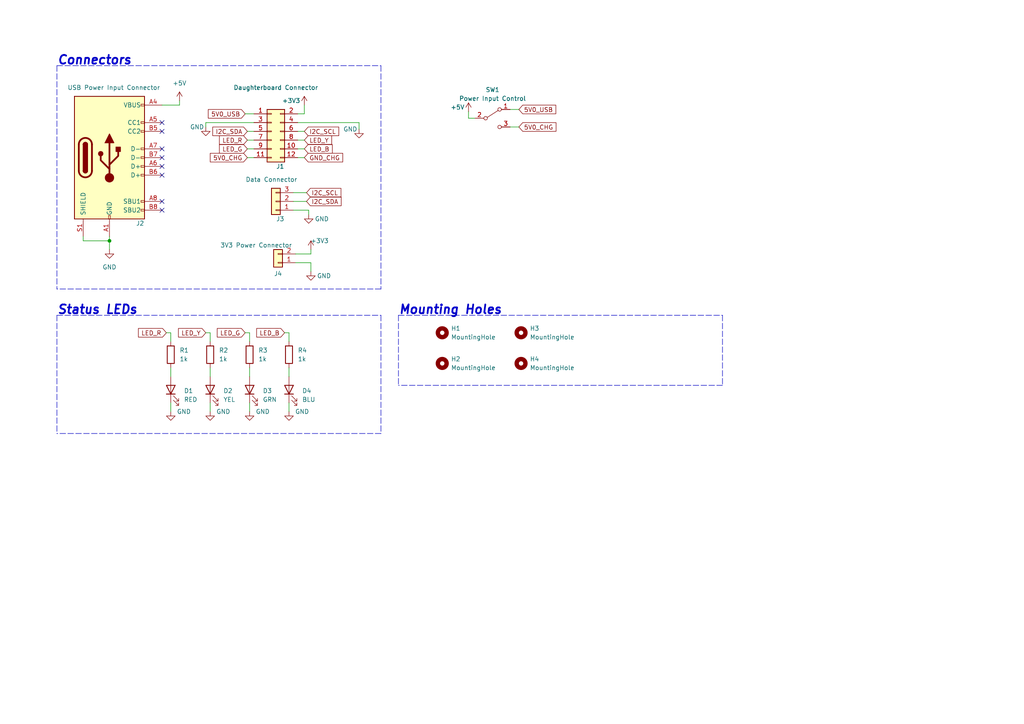
<source format=kicad_sch>
(kicad_sch (version 20211123) (generator eeschema)
  (paper "A4")
  (lib_symbols
    (symbol "Connector:USB_C_Receptacle_USB2.0" (pin_names (offset 1.016))
      (property "Reference" "J" (at -10.16 19.05 0))
      (property "Value" "USB_C_Receptacle_USB2.0" (at 19.05 19.05 0))
      (symbol "USB_C_Receptacle_USB2.0_0_0"
        (rectangle (start -0.254 -17.78) (end 0.254 -16.764))
        (rectangle (start 10.16 -14.986) (end 9.144 -15.494))
        (rectangle (start 10.16 -12.446) (end 9.144 -12.954))
        (rectangle (start 10.16 -4.826) (end 9.144 -5.334))
        (rectangle (start 10.16 -2.286) (end 9.144 -2.794))
        (rectangle (start 10.16 0.254) (end 9.144 -0.254))
        (rectangle (start 10.16 2.794) (end 9.144 2.286))
        (rectangle (start 10.16 7.874) (end 9.144 7.366))
        (rectangle (start 10.16 10.414) (end 9.144 9.906))
        (rectangle (start 10.16 15.494) (end 9.144 14.986))
      )
      (symbol "USB_C_Receptacle_USB2.0_0_1"
        (rectangle (start -10.16 17.78) (end 10.16 -17.78) (stroke (width 0.254)) (fill (type background)))
        (arc (start -8.89 -3.81) (mid -6.985 -5.715) (end -5.08 -3.81) (stroke (width 0.508)))
        (arc (start -7.62 -3.81) (mid -6.985 -4.445) (end -6.35 -3.81) (stroke (width 0.254)))
        (arc (start -7.62 -3.81) (mid -6.985 -4.445) (end -6.35 -3.81) (stroke (width 0.254)) (fill (type outline)))
        (rectangle (start -7.62 -3.81) (end -6.35 3.81) (stroke (width 0.254)) (fill (type outline)))
        (arc (start -6.35 3.81) (mid -6.985 4.445) (end -7.62 3.81) (stroke (width 0.254)))
        (arc (start -6.35 3.81) (mid -6.985 4.445) (end -7.62 3.81) (stroke (width 0.254)) (fill (type outline)))
        (arc (start -5.08 3.81) (mid -6.985 5.715) (end -8.89 3.81) (stroke (width 0.508)))
        (circle (center -2.54 1.143) (radius 0.635) (stroke (width 0.254)) (fill (type outline)))
        (circle (center 0 -5.842) (radius 1.27) (fill (type outline)))
        (polyline (pts (xy -8.89 -3.81) (xy -8.89 3.81)) (stroke (width 0.508)))
        (polyline (pts (xy -5.08 3.81) (xy -5.08 -3.81)) (stroke (width 0.508)))
        (polyline (pts (xy 0 -5.842) (xy 0 4.318)) (stroke (width 0.508)))
        (polyline (pts (xy 0 -3.302) (xy -2.54 -0.762) (xy -2.54 0.508)) (stroke (width 0.508)))
        (polyline (pts (xy 0 -2.032) (xy 2.54 0.508) (xy 2.54 1.778)) (stroke (width 0.508)))
        (polyline (pts (xy -1.27 4.318) (xy 0 6.858) (xy 1.27 4.318) (xy -1.27 4.318)) (stroke (width 0.254)) (fill (type outline)))
        (rectangle (start 1.905 1.778) (end 3.175 3.048) (stroke (width 0.254)) (fill (type outline)))
      )
      (symbol "USB_C_Receptacle_USB2.0_1_1"
        (pin passive line (at 0 -22.86 90) (length 5.08) (name "GND") (number "A1"))
        (pin passive line (at 0 -22.86 90) (length 5.08) hide (name "GND") (number "A12"))
        (pin passive line (at 15.24 15.24 180) (length 5.08) (name "VBUS") (number "A4"))
        (pin bidirectional line (at 15.24 10.16 180) (length 5.08) (name "CC1") (number "A5"))
        (pin bidirectional line (at 15.24 -2.54 180) (length 5.08) (name "D+") (number "A6"))
        (pin bidirectional line (at 15.24 2.54 180) (length 5.08) (name "D-") (number "A7"))
        (pin bidirectional line (at 15.24 -12.7 180) (length 5.08) (name "SBU1") (number "A8"))
        (pin passive line (at 15.24 15.24 180) (length 5.08) hide (name "VBUS") (number "A9"))
        (pin passive line (at 0 -22.86 90) (length 5.08) hide (name "GND") (number "B1"))
        (pin passive line (at 0 -22.86 90) (length 5.08) hide (name "GND") (number "B12"))
        (pin passive line (at 15.24 15.24 180) (length 5.08) hide (name "VBUS") (number "B4"))
        (pin bidirectional line (at 15.24 7.62 180) (length 5.08) (name "CC2") (number "B5"))
        (pin bidirectional line (at 15.24 -5.08 180) (length 5.08) (name "D+") (number "B6"))
        (pin bidirectional line (at 15.24 0 180) (length 5.08) (name "D-") (number "B7"))
        (pin bidirectional line (at 15.24 -15.24 180) (length 5.08) (name "SBU2") (number "B8"))
        (pin passive line (at 15.24 15.24 180) (length 5.08) hide (name "VBUS") (number "B9"))
        (pin passive line (at -7.62 -22.86 90) (length 5.08) (name "SHIELD") (number "S1"))
      )
    )
    (symbol "Connector_Generic:Conn_01x02" (pin_names (offset 1.016) hide)
      (property "Reference" "J" (at 0 2.54 0))
      (property "Value" "Conn_01x02" (at 0 -5.08 0))
      (symbol "Conn_01x02_1_1"
        (rectangle (start -1.27 -2.413) (end 0 -2.667) (stroke (width 0.1524)))
        (rectangle (start -1.27 0.127) (end 0 -0.127) (stroke (width 0.1524)))
        (rectangle (start -1.27 1.27) (end 1.27 -3.81) (stroke (width 0.254)) (fill (type background)))
        (pin passive line (at -5.08 0 0) (length 3.81) (name "Pin_1") (number "1"))
        (pin passive line (at -5.08 -2.54 0) (length 3.81) (name "Pin_2") (number "2"))
      )
    )
    (symbol "Connector_Generic:Conn_01x03" (pin_names (offset 1.016) hide)
      (property "Reference" "J" (at 0 5.08 0))
      (property "Value" "Conn_01x03" (at 0 -5.08 0))
      (symbol "Conn_01x03_1_1"
        (rectangle (start -1.27 -2.413) (end 0 -2.667) (stroke (width 0.1524)))
        (rectangle (start -1.27 0.127) (end 0 -0.127) (stroke (width 0.1524)))
        (rectangle (start -1.27 2.667) (end 0 2.413) (stroke (width 0.1524)))
        (rectangle (start -1.27 3.81) (end 1.27 -3.81) (stroke (width 0.254)) (fill (type background)))
        (pin passive line (at -5.08 2.54 0) (length 3.81) (name "Pin_1") (number "1"))
        (pin passive line (at -5.08 0 0) (length 3.81) (name "Pin_2") (number "2"))
        (pin passive line (at -5.08 -2.54 0) (length 3.81) (name "Pin_3") (number "3"))
      )
    )
    (symbol "Connector_Generic:Conn_02x06_Odd_Even" (pin_names (offset 1.016) hide)
      (property "Reference" "J" (at 1.27 7.62 0))
      (property "Value" "Conn_02x06_Odd_Even" (at 1.27 -10.16 0))
      (symbol "Conn_02x06_Odd_Even_1_1"
        (rectangle (start -1.27 -7.493) (end 0 -7.747) (stroke (width 0.1524)))
        (rectangle (start -1.27 -4.953) (end 0 -5.207) (stroke (width 0.1524)))
        (rectangle (start -1.27 -2.413) (end 0 -2.667) (stroke (width 0.1524)))
        (rectangle (start -1.27 0.127) (end 0 -0.127) (stroke (width 0.1524)))
        (rectangle (start -1.27 2.667) (end 0 2.413) (stroke (width 0.1524)))
        (rectangle (start -1.27 5.207) (end 0 4.953) (stroke (width 0.1524)))
        (rectangle (start -1.27 6.35) (end 3.81 -8.89) (stroke (width 0.254)) (fill (type background)))
        (rectangle (start 3.81 -7.493) (end 2.54 -7.747) (stroke (width 0.1524)))
        (rectangle (start 3.81 -4.953) (end 2.54 -5.207) (stroke (width 0.1524)))
        (rectangle (start 3.81 -2.413) (end 2.54 -2.667) (stroke (width 0.1524)))
        (rectangle (start 3.81 0.127) (end 2.54 -0.127) (stroke (width 0.1524)))
        (rectangle (start 3.81 2.667) (end 2.54 2.413) (stroke (width 0.1524)))
        (rectangle (start 3.81 5.207) (end 2.54 4.953) (stroke (width 0.1524)))
        (pin passive line (at -5.08 5.08 0) (length 3.81) (name "Pin_1") (number "1"))
        (pin passive line (at 7.62 -5.08 180) (length 3.81) (name "Pin_10") (number "10"))
        (pin passive line (at -5.08 -7.62 0) (length 3.81) (name "Pin_11") (number "11"))
        (pin passive line (at 7.62 -7.62 180) (length 3.81) (name "Pin_12") (number "12"))
        (pin passive line (at 7.62 5.08 180) (length 3.81) (name "Pin_2") (number "2"))
        (pin passive line (at -5.08 2.54 0) (length 3.81) (name "Pin_3") (number "3"))
        (pin passive line (at 7.62 2.54 180) (length 3.81) (name "Pin_4") (number "4"))
        (pin passive line (at -5.08 0 0) (length 3.81) (name "Pin_5") (number "5"))
        (pin passive line (at 7.62 0 180) (length 3.81) (name "Pin_6") (number "6"))
        (pin passive line (at -5.08 -2.54 0) (length 3.81) (name "Pin_7") (number "7"))
        (pin passive line (at 7.62 -2.54 180) (length 3.81) (name "Pin_8") (number "8"))
        (pin passive line (at -5.08 -5.08 0) (length 3.81) (name "Pin_9") (number "9"))
      )
    )
    (symbol "Device:LED" (pin_numbers hide) (pin_names (offset 1.016) hide)
      (property "Reference" "D" (at 0 2.54 0))
      (property "Value" "LED" (at 0 -2.54 0))
      (symbol "LED_0_1"
        (polyline (pts (xy -1.27 -1.27) (xy -1.27 1.27)) (stroke (width 0.254)))
        (polyline (pts (xy -1.27 0) (xy 1.27 0)))
        (polyline (pts (xy 1.27 -1.27) (xy 1.27 1.27) (xy -1.27 0) (xy 1.27 -1.27)) (stroke (width 0.254)))
        (polyline (pts (xy -3.048 -0.762) (xy -4.572 -2.286) (xy -3.81 -2.286) (xy -4.572 -2.286) (xy -4.572 -1.524)))
        (polyline (pts (xy -1.778 -0.762) (xy -3.302 -2.286) (xy -2.54 -2.286) (xy -3.302 -2.286) (xy -3.302 -1.524)))
      )
      (symbol "LED_1_1"
        (pin passive line (at -3.81 0 0) (length 2.54) (name "K") (number "1"))
        (pin passive line (at 3.81 0 180) (length 2.54) (name "A") (number "2"))
      )
    )
    (symbol "Device:R" (pin_numbers hide) (pin_names (offset 0))
      (property "Reference" "R" (at 2.032 0 90))
      (property "Value" "R" (at 0 0 90))
      (symbol "R_0_1"
        (rectangle (start -1.016 -2.54) (end 1.016 2.54) (stroke (width 0.254)))
      )
      (symbol "R_1_1"
        (pin passive line (at 0 3.81 270) (length 1.27) (name "~") (number "1"))
        (pin passive line (at 0 -3.81 90) (length 1.27) (name "~") (number "2"))
      )
    )
    (symbol "Mechanical:MountingHole" (pin_names (offset 1.016))
      (property "Reference" "H" (at 0 5.08 0))
      (property "Value" "MountingHole" (at 0 3.175 0))
      (symbol "MountingHole_0_1"
        (circle (center 0 0) (radius 1.27) (stroke (width 1.27)))
      )
    )
    (symbol "Switch:SW_SPDT" (pin_names (offset 0) hide)
      (property "Reference" "SW" (at 0 4.318 0))
      (property "Value" "SW_SPDT" (at 0 -5.08 0))
      (symbol "SW_SPDT_0_0"
        (circle (center -2.032 0) (radius 0.508))
        (circle (center 2.032 -2.54) (radius 0.508))
      )
      (symbol "SW_SPDT_0_1"
        (polyline (pts (xy -1.524 0.254) (xy 1.651 2.286)))
        (circle (center 2.032 2.54) (radius 0.508))
      )
      (symbol "SW_SPDT_1_1"
        (pin passive line (at 5.08 2.54 180) (length 2.54) (name "A") (number "1"))
        (pin passive line (at -5.08 0 0) (length 2.54) (name "B") (number "2"))
        (pin passive line (at 5.08 -2.54 180) (length 2.54) (name "C") (number "3"))
      )
    )
    (symbol "power:+3V3" (power) (pin_names (offset 0))
      (property "Value" "+3V3" (at 0 3.556 0))
      (symbol "+3V3_0_1"
        (polyline (pts (xy -0.762 1.27) (xy 0 2.54)))
        (polyline (pts (xy 0 0) (xy 0 2.54)))
        (polyline (pts (xy 0 2.54) (xy 0.762 1.27)))
      )
      (symbol "+3V3_1_1"
        (pin power_in line (at 0 0 90) (length 0) hide (name "+3V3") (number "1"))
      )
    )
    (symbol "power:+5V" (power) (pin_names (offset 0))
      (property "Value" "+5V" (at 0 3.556 0))
      (symbol "+5V_0_1"
        (polyline (pts (xy -0.762 1.27) (xy 0 2.54)))
        (polyline (pts (xy 0 0) (xy 0 2.54)))
        (polyline (pts (xy 0 2.54) (xy 0.762 1.27)))
      )
      (symbol "+5V_1_1"
        (pin power_in line (at 0 0 90) (length 0) hide (name "+5V") (number "1"))
      )
    )
    (symbol "power:GND" (power) (pin_names (offset 0))
      (property "Value" "GND" (at 0 -3.81 0))
      (symbol "GND_0_1"
        (polyline (pts (xy 0 0) (xy 0 -1.27) (xy 1.27 -1.27) (xy 0 -2.54) (xy -1.27 -1.27) (xy 0 -1.27)))
      )
      (symbol "GND_1_1"
        (pin power_in line (at 0 0 270) (length 0) hide (name "GND") (number "1"))
      )
    )
  )
  (junction (at 31.75 69.85))
  (no_connect (at 46.99 60.96))
  (no_connect (at 46.99 58.42))
  (no_connect (at 46.99 50.8))
  (no_connect (at 46.99 48.26))
  (no_connect (at 46.99 45.72))
  (no_connect (at 46.99 43.18))
  (no_connect (at 46.99 38.1))
  (no_connect (at 46.99 35.56))
  (wire (pts (xy 135.89 34.29) (xy 137.795 34.29)))
  (wire (pts (xy 60.96 116.84) (xy 60.96 119.38)))
  (wire (pts (xy 46.99 30.48) (xy 52.07 30.48)))
  (polyline (pts (xy 115.57 91.44) (xy 115.57 111.76)))
  (wire (pts (xy 85.725 76.2) (xy 90.17 76.2)))
  (wire (pts (xy 31.75 68.58) (xy 31.75 69.85)))
  (wire (pts (xy 72.39 96.52) (xy 72.39 99.06)))
  (wire (pts (xy 49.53 116.84) (xy 49.53 119.38)))
  (wire (pts (xy 59.69 96.52) (xy 60.96 96.52)))
  (polyline (pts (xy 110.49 19.05) (xy 110.49 83.82)))
  (wire (pts (xy 60.96 96.52) (xy 60.96 99.06)))
  (wire (pts (xy 90.17 72.39) (xy 90.17 73.66)))
  (wire (pts (xy 72.39 116.84) (xy 72.39 119.38)))
  (wire (pts (xy 71.755 38.1) (xy 73.66 38.1)))
  (wire (pts (xy 86.36 38.1) (xy 88.265 38.1)))
  (wire (pts (xy 85.09 60.96) (xy 89.535 60.96)))
  (wire (pts (xy 59.69 35.56) (xy 73.66 35.56)))
  (polyline (pts (xy 16.51 91.44) (xy 110.49 91.44)))
  (wire (pts (xy 52.07 30.48) (xy 52.07 29.21)))
  (polyline (pts (xy 209.55 111.76) (xy 115.57 111.76)))
  (polyline (pts (xy 110.49 125.73) (xy 16.51 125.73)))
  (wire (pts (xy 90.17 76.2) (xy 90.17 78.74)))
  (wire (pts (xy 83.82 96.52) (xy 83.82 99.06)))
  (wire (pts (xy 86.36 40.64) (xy 88.265 40.64)))
  (wire (pts (xy 72.39 106.68) (xy 72.39 109.22)))
  (polyline (pts (xy 16.51 19.05) (xy 110.49 19.05)))
  (wire (pts (xy 147.955 31.75) (xy 150.495 31.75)))
  (polyline (pts (xy 115.57 91.44) (xy 209.55 91.44)))
  (wire (pts (xy 71.755 40.64) (xy 73.66 40.64)))
  (wire (pts (xy 89.535 60.96) (xy 89.535 62.23)))
  (polyline (pts (xy 16.51 91.44) (xy 16.51 125.73)))
  (wire (pts (xy 104.14 35.56) (xy 104.14 37.465)))
  (wire (pts (xy 59.69 36.83) (xy 59.69 35.56)))
  (wire (pts (xy 24.13 69.85) (xy 31.75 69.85)))
  (wire (pts (xy 60.96 106.68) (xy 60.96 109.22)))
  (wire (pts (xy 71.755 43.18) (xy 73.66 43.18)))
  (polyline (pts (xy 16.51 19.05) (xy 16.51 83.82)))
  (wire (pts (xy 86.36 43.18) (xy 88.265 43.18)))
  (wire (pts (xy 88.265 33.02) (xy 88.265 30.48)))
  (wire (pts (xy 71.755 45.72) (xy 73.66 45.72)))
  (wire (pts (xy 24.13 68.58) (xy 24.13 69.85)))
  (wire (pts (xy 71.12 96.52) (xy 72.39 96.52)))
  (wire (pts (xy 83.82 106.68) (xy 83.82 109.22)))
  (wire (pts (xy 85.09 55.88) (xy 88.9 55.88)))
  (wire (pts (xy 86.36 33.02) (xy 88.265 33.02)))
  (wire (pts (xy 82.55 96.52) (xy 83.82 96.52)))
  (wire (pts (xy 71.12 33.02) (xy 73.66 33.02)))
  (polyline (pts (xy 110.49 83.82) (xy 16.51 83.82)))
  (polyline (pts (xy 110.49 91.44) (xy 110.49 125.73)))
  (wire (pts (xy 86.36 45.72) (xy 88.265 45.72)))
  (polyline (pts (xy 209.55 91.44) (xy 209.55 111.76)))
  (wire (pts (xy 147.955 36.83) (xy 150.495 36.83)))
  (wire (pts (xy 135.89 32.385) (xy 135.89 34.29)))
  (wire (pts (xy 49.53 106.68) (xy 49.53 109.22)))
  (wire (pts (xy 85.725 73.66) (xy 90.17 73.66)))
  (wire (pts (xy 49.53 96.52) (xy 49.53 99.06)))
  (wire (pts (xy 83.82 116.84) (xy 83.82 119.38)))
  (wire (pts (xy 31.75 69.85) (xy 31.75 72.39)))
  (wire (pts (xy 85.09 58.42) (xy 88.9 58.42)))
  (wire (pts (xy 48.26 96.52) (xy 49.53 96.52)))
  (wire (pts (xy 86.36 35.56) (xy 104.14 35.56)))
  (text "Connectors" (at 16.51 19.05 0) (effects (font (size 2.54 2.54) (thickness 0.508) bold italic) (justify left bottom)))
  (text "Mounting Holes" (at 115.57 91.44 0) (effects (font (size 2.54 2.54) (thickness 0.508) bold italic) (justify left bottom)))
  (text "Status LEDs" (at 16.51 91.44 0) (effects (font (size 2.54 2.54) (thickness 0.508) bold italic) (justify left bottom)))
  (global_label "GND_CHG" (shape input) (at 88.265 45.72 0) (property "Intersheet References" "${INTERSHEET_REFS}" (effects hide)))
  (global_label "5V0_CHG" (shape input) (at 71.755 45.72 180) (property "Intersheet References" "${INTERSHEET_REFS}" (effects hide)))
  (global_label "LED_R" (shape input) (at 71.755 40.64 180) (property "Intersheet References" "${INTERSHEET_REFS}" (effects hide)))
  (global_label "5V0_USB" (shape input) (at 71.12 33.02 180) (property "Intersheet References" "${INTERSHEET_REFS}" (effects hide)))
  (global_label "I2C_SCL" (shape input) (at 88.265 38.1 0) (property "Intersheet References" "${INTERSHEET_REFS}" (effects hide)))
  (global_label "LED_B" (shape input) (at 82.55 96.52 180) (property "Intersheet References" "${INTERSHEET_REFS}" (effects hide)))
  (global_label "LED_G" (shape input) (at 71.12 96.52 180) (property "Intersheet References" "${INTERSHEET_REFS}" (effects hide)))
  (global_label "5V0_USB" (shape input) (at 150.495 31.75 0) (property "Intersheet References" "${INTERSHEET_REFS}" (effects hide)))
  (global_label "LED_B" (shape input) (at 88.265 43.18 0) (property "Intersheet References" "${INTERSHEET_REFS}" (effects hide)))
  (global_label "LED_Y" (shape input) (at 88.265 40.64 0) (property "Intersheet References" "${INTERSHEET_REFS}" (effects hide)))
  (global_label "I2C_SCL" (shape input) (at 88.9 55.88 0) (property "Intersheet References" "${INTERSHEET_REFS}" (effects hide)))
  (global_label "I2C_SDA" (shape input) (at 71.755 38.1 180) (property "Intersheet References" "${INTERSHEET_REFS}" (effects hide)))
  (global_label "LED_Y" (shape input) (at 59.69 96.52 180) (property "Intersheet References" "${INTERSHEET_REFS}" (effects hide)))
  (global_label "5V0_CHG" (shape input) (at 150.495 36.83 0) (property "Intersheet References" "${INTERSHEET_REFS}" (effects hide)))
  (global_label "LED_R" (shape input) (at 48.26 96.52 180) (property "Intersheet References" "${INTERSHEET_REFS}" (effects hide)))
  (global_label "LED_G" (shape input) (at 71.755 43.18 180) (property "Intersheet References" "${INTERSHEET_REFS}" (effects hide)))
  (global_label "I2C_SDA" (shape input) (at 88.9 58.42 0) (property "Intersheet References" "${INTERSHEET_REFS}" (effects hide)))
  (symbol (lib_id "Device:LED") (at 49.53 113.03 90) (unit 1)
    (property "Reference" "D1" (at 53.34 113.3474 90) (effects (justify right)))
    (property "Value" "RED" (at 53.34 115.8874 90) (effects (justify right)))
    (property "Footprint" "LED_THT:LED_D3.0mm" (effects hide))
  )
  (symbol (lib_id "power:GND") (at 60.96 119.38 0) (unit 1)
    (property "Reference" "#PWR0109" (effects hide))
    (property "Value" "GND" (at 64.77 119.38 0))
  )
  (symbol (lib_id "power:+3V3") (at 90.17 72.39 0) (unit 1)
    (property "Reference" "#PWR?" (effects hide))
    (property "Value" "+3V3" (at 92.71 69.85 0))
  )
  (symbol (lib_id "Device:R") (at 83.82 102.87 0) (unit 1)
    (property "Reference" "R4" (at 86.36 101.5999 0) (effects (justify left)))
    (property "Value" "1k" (at 86.36 104.1399 0) (effects (justify left)))
    (property "Footprint" "Resistor_THT:R_Axial_DIN0207_L6.3mm_D2.5mm_P7.62mm_Horizontal" (effects hide))
  )
  (symbol (lib_id "Switch:SW_SPDT") (at 142.875 34.29 0) (unit 1)
    (property "Reference" "SW1" (at 142.875 26.035 0))
    (property "Value" "Power Input Control" (at 142.875 28.575 0))
    (property "Footprint" "footprints:L102021MS02Q" (effects hide))
  )
  (symbol (lib_id "power:GND") (at 89.535 62.23 0) (unit 1)
    (property "Reference" "#PWR0101" (effects hide))
    (property "Value" "GND" (at 93.345 63.5 0))
  )
  (symbol (lib_id "Connector:USB_C_Receptacle_USB2.0") (at 31.75 45.72 0) (unit 1)
    (property "Reference" "J2" (at 40.64 64.77 0))
    (property "Value" "USB Power Input Connector" (at 33.02 25.4 0))
    (property "Footprint" "Connector_USB:USB_C_Receptacle_GCT_USB4085" (effects hide))
    (property "Datasheet" "https://www.usb.org/sites/default/files/documents/usb_type-c.zip" (effects hide))
  )
  (symbol (lib_id "Device:R") (at 60.96 102.87 0) (unit 1)
    (property "Reference" "R2" (at 63.5 101.5999 0) (effects (justify left)))
    (property "Value" "1k" (at 63.5 104.1399 0) (effects (justify left)))
    (property "Footprint" "Resistor_THT:R_Axial_DIN0207_L6.3mm_D2.5mm_P7.62mm_Horizontal" (effects hide))
  )
  (symbol (lib_id "power:GND") (at 104.14 37.465 0) (unit 1)
    (property "Reference" "#PWR0103" (effects hide))
    (property "Value" "GND" (at 101.6 37.465 0))
  )
  (symbol (lib_id "Mechanical:MountingHole") (at 128.27 96.52 0) (unit 1)
    (property "Reference" "H1" (at 130.81 95.2499 0) (effects (justify left)))
    (property "Value" "MountingHole" (at 130.81 97.7899 0) (effects (justify left)))
    (property "Footprint" "MountingHole:MountingHole_2.2mm_M2_Pad" (effects hide))
  )
  (symbol (lib_id "Device:LED") (at 83.82 113.03 90) (unit 1)
    (property "Reference" "D4" (at 87.63 113.3474 90) (effects (justify right)))
    (property "Value" "BLU" (at 87.63 115.8874 90) (effects (justify right)))
    (property "Footprint" "LED_THT:LED_D3.0mm" (effects hide))
  )
  (symbol (lib_id "Device:R") (at 49.53 102.87 0) (unit 1)
    (property "Reference" "R1" (at 52.07 101.5999 0) (effects (justify left)))
    (property "Value" "1k" (at 52.07 104.1399 0) (effects (justify left)))
    (property "Footprint" "Resistor_THT:R_Axial_DIN0207_L6.3mm_D2.5mm_P7.62mm_Horizontal" (effects hide))
  )
  (symbol (lib_id "Device:R") (at 72.39 102.87 0) (unit 1)
    (property "Reference" "R3" (at 74.93 101.5999 0) (effects (justify left)))
    (property "Value" "1k" (at 74.93 104.1399 0) (effects (justify left)))
    (property "Footprint" "Resistor_THT:R_Axial_DIN0207_L6.3mm_D2.5mm_P7.62mm_Horizontal" (effects hide))
  )
  (symbol (lib_id "Mechanical:MountingHole") (at 151.13 105.41 0) (unit 1)
    (property "Reference" "H4" (at 153.67 104.1399 0) (effects (justify left)))
    (property "Value" "MountingHole" (at 153.67 106.6799 0) (effects (justify left)))
    (property "Footprint" "MountingHole:MountingHole_2.2mm_M2_Pad" (effects hide))
  )
  (symbol (lib_id "power:GND") (at 31.75 72.39 0) (unit 1)
    (property "Reference" "#PWR0105" (effects hide))
    (property "Value" "GND" (at 31.75 77.47 0))
  )
  (symbol (lib_id "power:GND") (at 90.17 78.74 0) (unit 1)
    (property "Reference" "#PWR?" (effects hide))
    (property "Value" "GND" (at 93.98 80.01 0))
  )
  (symbol (lib_id "Connector_Generic:Conn_01x02") (at 80.645 76.2 180) (unit 1)
    (property "Reference" "J4" (at 80.645 79.375 0))
    (property "Value" "3V3 Power Connector" (at 74.295 71.12 0))
    (property "Footprint" "Connector_PinSocket_2.54mm:PinSocket_1x02_P2.54mm_Vertical" (effects hide))
  )
  (symbol (lib_id "power:GND") (at 59.69 36.83 0) (unit 1)
    (property "Reference" "#PWR0102" (effects hide))
    (property "Value" "GND" (at 57.15 36.83 0))
  )
  (symbol (lib_id "power:GND") (at 49.53 119.38 0) (unit 1)
    (property "Reference" "#PWR0110" (effects hide))
    (property "Value" "GND" (at 53.34 119.38 0))
  )
  (symbol (lib_id "power:+5V") (at 52.07 29.21 0) (unit 1)
    (property "Reference" "#PWR0106" (effects hide))
    (property "Value" "+5V" (at 52.07 24.13 0))
  )
  (symbol (lib_id "power:GND") (at 72.39 119.38 0) (unit 1)
    (property "Reference" "#PWR0108" (effects hide))
    (property "Value" "GND" (at 76.2 119.38 0))
  )
  (symbol (lib_id "power:+3V3") (at 88.265 30.48 0) (unit 1)
    (property "Reference" "#PWR0104" (effects hide))
    (property "Value" "+3V3" (at 84.455 29.21 0))
  )
  (symbol (lib_id "Mechanical:MountingHole") (at 128.27 105.41 0) (unit 1)
    (property "Reference" "H2" (at 130.81 104.1399 0) (effects (justify left)))
    (property "Value" "MountingHole" (at 130.81 106.6799 0) (effects (justify left)))
    (property "Footprint" "MountingHole:MountingHole_2.2mm_M2_Pad" (effects hide))
  )
  (symbol (lib_id "Mechanical:MountingHole") (at 151.13 96.52 0) (unit 1)
    (property "Reference" "H3" (at 153.67 95.2499 0) (effects (justify left)))
    (property "Value" "MountingHole" (at 153.67 97.7899 0) (effects (justify left)))
    (property "Footprint" "MountingHole:MountingHole_2.2mm_M2_Pad" (effects hide))
  )
  (symbol (lib_id "power:GND") (at 83.82 119.38 0) (unit 1)
    (property "Reference" "#PWR0107" (effects hide))
    (property "Value" "GND" (at 87.63 119.38 0))
  )
  (symbol (lib_id "power:+5V") (at 135.89 32.385 0) (unit 1)
    (property "Reference" "#PWR0111" (effects hide))
    (property "Value" "+5V" (at 132.715 31.115 0))
  )
  (symbol (lib_id "Connector_Generic:Conn_02x06_Odd_Even") (at 78.74 38.1 0) (unit 1)
    (property "Reference" "J1" (at 81.28 48.26 0))
    (property "Value" "Daughterboard Connector" (at 80.01 25.4 0))
    (property "Footprint" "Connector_PinHeader_2.54mm:PinHeader_2x06_P2.54mm_Horizontal" (effects hide))
  )
  (symbol (lib_id "Device:LED") (at 60.96 113.03 90) (unit 1)
    (property "Reference" "D2" (at 64.77 113.3474 90) (effects (justify right)))
    (property "Value" "YEL" (at 64.77 115.8874 90) (effects (justify right)))
    (property "Footprint" "LED_THT:LED_D3.0mm" (effects hide))
  )
  (symbol (lib_id "Connector_Generic:Conn_01x03") (at 80.01 58.42 180) (unit 1)
    (property "Reference" "J3" (at 81.28 63.5 0))
    (property "Value" "Data Connector" (at 78.74 52.07 0))
    (property "Footprint" "Connector_PinHeader_2.54mm:PinHeader_1x03_P2.54mm_Vertical" (effects hide))
  )
  (symbol (lib_id "Device:LED") (at 72.39 113.03 90) (unit 1)
    (property "Reference" "D3" (at 76.2 113.3474 90) (effects (justify right)))
    (property "Value" "GRN" (at 76.2 115.8874 90) (effects (justify right)))
    (property "Footprint" "LED_THT:LED_D3.0mm" (effects hide))
  )
)
</source>
